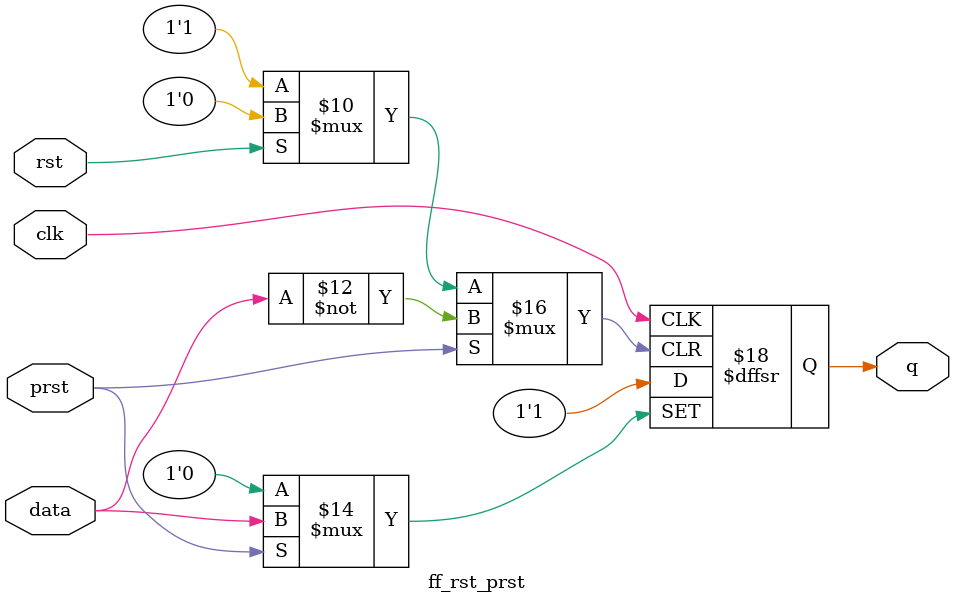
<source format=v>
module ff_rst_prst (
    data,
    clk,
    rst,
    prst,
    q
);
  input data, clk, rst, prst;
  output q;
  reg q;
  always @(posedge clk or negedge rst or posedge prst)
    if (~rst) q = 1'b0;
    else if (~prst) q = 1'b1;
    else q = data;
endmodule

</source>
